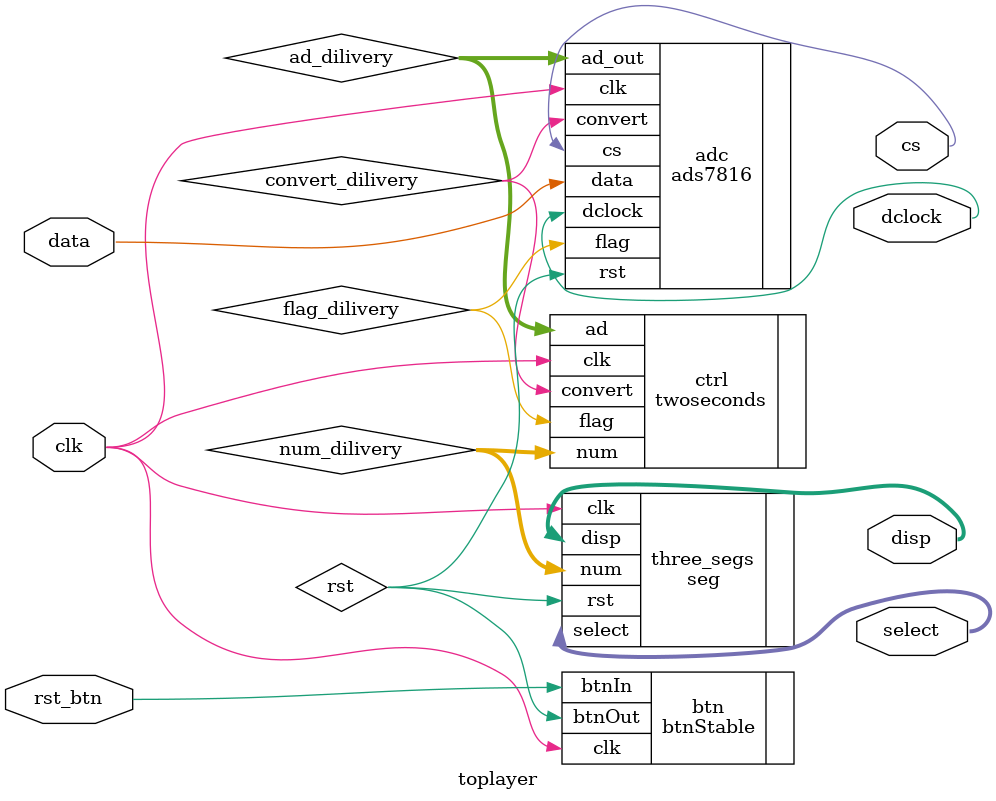
<source format=v>
module toplayer(input clk,
                  input rst_btn,
                  input data,
                  output dclock,
                  output cs,
                  output [7:0]disp,
                  output [7:0]select);

wire rst;
wire [11:0]num_dilivery;
wire convert_dilivery;
wire flag_dilivery;
wire [11:0]ad_dilivery;

btnStable btn(
.btnIn(rst_btn),
.clk(clk),
.btnOut(rst)
);

seg three_segs(
.clk(clk),
.rst(rst),
.disp(disp),
.select(select),
.num(num_dilivery)
);

ads7816 adc(
    .data(data),
    .clk(clk),
    .rst(rst),
    .convert(convert_dilivery),
    .flag(flag_dilivery),
    .dclock(dclock),
    .cs(cs),
    .ad_out(ad_dilivery)
);

twoseconds ctrl(
    .clk(clk),
    .ad(ad_dilivery),
    .flag(flag_dilivery),
    .convert(convert_dilivery),
    .num(num_dilivery)
);

endmodule
</source>
